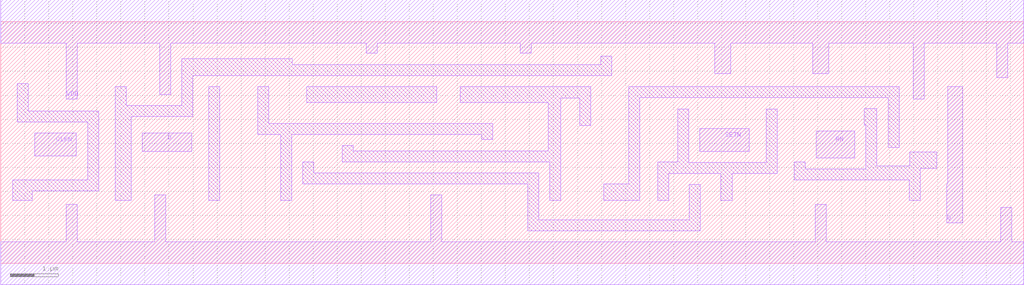
<source format=lef>
# Copyright 2022 GlobalFoundries PDK Authors
#
# Licensed under the Apache License, Version 2.0 (the "License");
# you may not use this file except in compliance with the License.
# You may obtain a copy of the License at
#
#      http://www.apache.org/licenses/LICENSE-2.0
#
# Unless required by applicable law or agreed to in writing, software
# distributed under the License is distributed on an "AS IS" BASIS,
# WITHOUT WARRANTIES OR CONDITIONS OF ANY KIND, either express or implied.
# See the License for the specific language governing permissions and
# limitations under the License.

MACRO gf180mcu_fd_sc_mcu9t5v0__dffnrsnq_1
  CLASS core ;
  FOREIGN gf180mcu_fd_sc_mcu9t5v0__dffnrsnq_1 0.0 0.0 ;
  ORIGIN 0 0 ;
  SYMMETRY X Y ;
  SITE GF018hv5v_green_sc9 ;
  SIZE 21.28 BY 5.04 ;
  PIN D
    DIRECTION INPUT ;
    ANTENNAGATEAREA 0.854 ;
    PORT
      LAYER Metal1 ;
        POLYGON 2.945 2.33 3.975 2.33 3.975 2.71 2.945 2.71  ;
    END
  END D
  PIN RN
    DIRECTION INPUT ;
    ANTENNAGATEAREA 2.018 ;
    PORT
      LAYER Metal1 ;
        POLYGON 16.965 2.2 17.77 2.2 17.77 2.76 16.965 2.76  ;
    END
  END RN
  PIN SETN
    DIRECTION INPUT ;
    ANTENNAGATEAREA 2.018 ;
    PORT
      LAYER Metal1 ;
        POLYGON 14.545 2.33 15.575 2.33 15.575 2.805 14.545 2.805  ;
    END
  END SETN
  PIN CLKN
    DIRECTION INPUT ;
    USE clock ;
    ANTENNAGATEAREA 1.164 ;
    PORT
      LAYER Metal1 ;
        POLYGON 0.71 2.235 1.575 2.235 1.575 2.71 0.71 2.71  ;
    END
  END CLKN
  PIN Q
    DIRECTION OUTPUT ;
    ANTENNADIFFAREA 1.386 ;
    PORT
      LAYER Metal1 ;
        POLYGON 19.685 0.845 20.01 0.845 20.01 3.685 19.705 3.685 19.705 1.655 19.685 1.655  ;
    END
  END Q
  PIN VDD
    DIRECTION INOUT ;
    USE power ;
    SHAPE ABUTMENT ;
    PORT
      LAYER Metal1 ;
        POLYGON 0 4.59 1.365 4.59 1.365 3.425 1.595 3.425 1.595 4.59 2.035 4.59 3.305 4.59 3.305 3.515 3.535 3.515 3.535 4.59 7.605 4.59 7.605 4.375 7.835 4.375 7.835 4.59 10.805 4.59 10.805 4.375 11.035 4.375 11.035 4.59 12.715 4.59 14.85 4.59 14.85 3.95 15.19 3.95 15.19 4.59 16.89 4.59 16.89 3.95 17.23 3.95 17.23 4.59 18.69 4.59 18.985 4.59 18.985 3.425 19.215 3.425 19.215 4.59 19.475 4.59 20.725 4.59 20.725 3.875 20.955 3.875 20.955 4.59 21.28 4.59 21.28 5.49 19.475 5.49 18.69 5.49 12.715 5.49 2.035 5.49 0 5.49  ;
    END
  END VDD
  PIN VSS
    DIRECTION INOUT ;
    USE ground ;
    SHAPE ABUTMENT ;
    PORT
      LAYER Metal1 ;
        POLYGON 0 -0.45 21.28 -0.45 21.28 0.45 21.035 0.45 21.035 1.165 20.805 1.165 20.805 0.45 17.175 0.45 17.175 1.225 16.945 1.225 16.945 0.45 9.175 0.45 9.175 1.425 8.945 1.425 8.945 0.45 3.435 0.45 3.435 1.425 3.205 1.425 3.205 0.45 1.595 0.45 1.595 1.225 1.365 1.225 1.365 0.45 0 0.45  ;
    END
  END VSS
  OBS
      LAYER Metal1 ;
        POLYGON 0.345 2.94 1.805 2.94 1.805 1.74 0.245 1.74 0.245 1.315 0.655 1.315 0.655 1.51 2.035 1.51 2.035 3.17 0.575 3.17 0.575 3.75 0.345 3.75  ;
        POLYGON 4.325 1.315 4.555 1.315 4.555 3.685 4.325 3.685  ;
        POLYGON 6.365 3.345 9.075 3.345 9.075 3.685 6.365 3.685  ;
        POLYGON 5.345 2.685 5.825 2.685 5.825 1.315 6.055 1.315 6.055 2.685 10.005 2.685 10.005 2.575 10.235 2.575 10.235 2.915 5.575 2.915 5.575 3.685 5.345 3.685  ;
        POLYGON 9.565 3.345 11.39 3.345 11.39 2.345 7.335 2.345 7.335 2.455 7.105 2.455 7.105 2.115 11.425 2.115 11.425 1.315 11.655 1.315 11.655 3.445 12.045 3.445 12.045 2.875 12.275 2.875 12.275 3.685 9.565 3.685  ;
        POLYGON 2.385 1.315 2.715 1.315 2.715 3.055 3.995 3.055 3.995 3.915 12.715 3.915 12.715 4.315 12.485 4.315 12.485 4.145 6.07 4.145 6.07 4.26 3.765 4.26 3.765 3.285 2.615 3.285 2.615 3.685 2.385 3.685  ;
        POLYGON 6.285 1.655 10.965 1.655 10.965 0.68 14.555 0.68 14.555 1.64 14.325 1.64 14.325 0.91 11.195 0.91 11.195 1.885 6.515 1.885 6.515 2.115 6.285 2.115  ;
        POLYGON 13.665 1.315 13.895 1.315 13.895 1.87 14.985 1.87 14.985 1.315 15.215 1.315 15.215 1.87 16.155 1.87 16.155 3.215 15.925 3.215 15.925 2.1 14.315 2.1 14.315 3.215 14.085 3.215 14.085 2.115 13.665 2.115  ;
        POLYGON 12.545 1.315 13.295 1.315 13.295 3.455 18.46 3.455 18.46 2.415 18.69 2.415 18.69 3.685 13.065 3.685 13.065 1.655 12.545 1.655  ;
        POLYGON 17.965 2.885 18 2.885 18 1.97 16.735 1.97 16.735 2.115 16.505 2.115 16.505 1.74 18.905 1.74 18.905 1.315 19.135 1.315 19.135 1.975 19.475 1.975 19.475 2.315 18.91 2.315 18.91 2.025 18.23 2.025 18.23 3.225 17.965 3.225  ;
  END
END gf180mcu_fd_sc_mcu9t5v0__dffnrsnq_1

</source>
